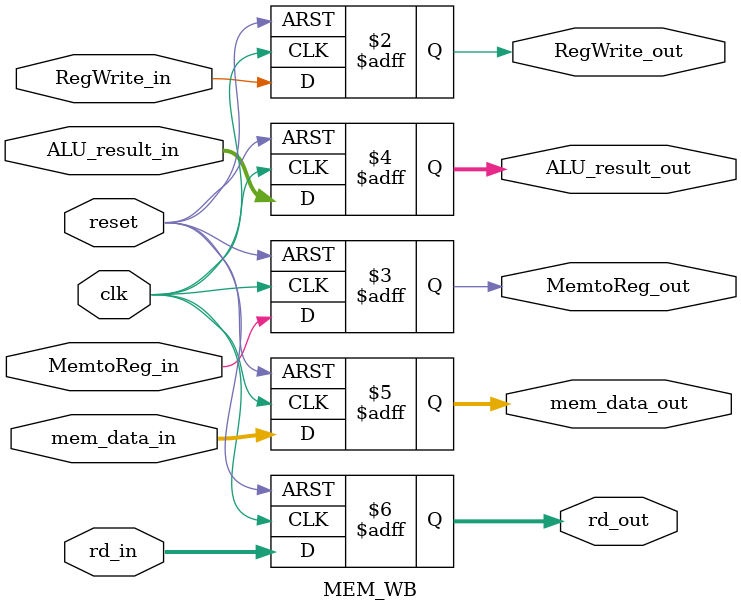
<source format=v>
module IF_ID (
    input clk,
    input reset,
    input flush,
    input IFIDnotWrite,                
    input [31:0] instr_in,     
    input [63:0] pc_in,         
    output reg [31:0] instr_out,
    output reg [63:0] pc_out    
);

always @(posedge clk or posedge reset) begin
    if (reset || flush) begin
        instr_out <= 64'b0;
        pc_out <= 64'b0;
    end else begin
        if (!IFIDnotWrite) begin
            instr_out <= instr_in;
            pc_out <= pc_in;
        end
    end
end

endmodule

module ID_EX (
    input clk,
    input reset,
    input [31:0] inst_id,
    input [63:0] reg_data1_in,  
    input [63:0] reg_data2_in,  
    input [63:0] imm_in,       
    input [4:0] rd_in,         
    input [4:0] rs1_in,         
    input [4:0] rs2_in,         
    input [1:0] alu_ctrl_in,    
    input mem_read_in,          
    input mem_write_in,         
    input reg_write_in,         
    input mem_to_reg_in,
    input ALUSrc_id,
    output reg [31:0] inst_ex,        
    output reg [63:0] reg_data1_out,
    output reg [63:0] reg_data2_out,
    output reg [63:0] imm_out,
    output reg [4:0] rd_out,
    output reg [4:0] rs1_out,
    output reg [4:0] rs2_out,
    output reg [1:0] alu_ctrl_out,
    output reg mem_read_out,
    output reg mem_write_out,
    output reg reg_write_out,
    output reg mem_to_reg_out,
    output reg ALUSrc_ex
);

always @(posedge clk or posedge reset) begin
    if (reset) begin
        reg_data1_out <= 0;
        reg_data2_out <= 0;
        imm_out <= 0;
        rd_out <= 0;
        rs1_out <= 0;
        rs2_out <= 0;
        alu_ctrl_out <= 0;
        mem_read_out <= 0;
        mem_write_out <= 0;
        reg_write_out <= 0;
        mem_to_reg_out <= 0;
        ALUSrc_ex <= 0;
        inst_ex <= 0;
    end else begin
        reg_data1_out <= reg_data1_in;
        reg_data2_out <= reg_data2_in;
        imm_out <= imm_in;
        rd_out <= rd_in;
        rs1_out <= rs1_in;
        rs2_out <= rs2_in;
        alu_ctrl_out <= alu_ctrl_in;
        mem_read_out <= mem_read_in;
        mem_write_out <= mem_write_in;
        reg_write_out <= reg_write_in;
        mem_to_reg_out <= mem_to_reg_in;
        ALUSrc_ex <= ALUSrc_id;
        inst_ex <= inst_id;
    end
end

endmodule

module EX_MEM (
    input clk,
    input reset,
    input RegWrite_in,
    input MemRead_in,
    input MemWrite_in,
    input MemtoReg_in,
    input [1:0] ALUOp_in,
    input [63:0] ALU_result_in,
    input [63:0] write_data_ex, 
    input [4:0] rd_in,

    output reg RegWrite_out,
    output reg MemRead_out,
    output reg MemWrite_out,
    output reg MemtoReg_out,
    output reg [1:0] ALUOp_out,
    output reg [63:0] ALU_result_out,
    output reg [63:0] write_data_mem, 
    output reg [4:0] rd_out
);

always @(posedge clk or posedge reset) begin
    if (reset) begin
        RegWrite_out   <= 0;
        MemRead_out    <= 0;
        MemWrite_out   <= 0;
        MemtoReg_out   <= 0;
        ALUOp_out      <= 2'b00;
        ALU_result_out <= 64'b0;
        write_data_mem <= 64'b0;
        rd_out         <= 5'b0;
    end else begin
        RegWrite_out   <= RegWrite_in;
        MemRead_out    <= MemRead_in;
        MemWrite_out   <= MemWrite_in;
        MemtoReg_out   <= MemtoReg_in;
        ALUOp_out      <= ALUOp_in;
        ALU_result_out <= ALU_result_in;
        write_data_mem <= write_data_ex;
        rd_out         <= rd_in;
    end
end

endmodule

module MEM_WB (
    input clk,
    input reset,
    input RegWrite_in,
    input MemtoReg_in,
    input [63:0] ALU_result_in,
    input [63:0] mem_data_in,
    input [4:0] rd_in,

    output reg RegWrite_out,
    output reg MemtoReg_out,
    output reg [63:0] ALU_result_out,
    output reg [63:0] mem_data_out,
    output reg [4:0] rd_out
);

always @(posedge clk or posedge reset) begin
    if (reset) begin
        RegWrite_out   <= 0;
        MemtoReg_out   <= 0;
        ALU_result_out <= 64'b0;
        mem_data_out   <= 64'b0;
        rd_out         <= 5'b0;
    end else begin
        RegWrite_out   <= RegWrite_in;
        MemtoReg_out   <= MemtoReg_in;
        ALU_result_out <= ALU_result_in;
        mem_data_out   <= mem_data_in;
        rd_out         <= rd_in;
    end
end

endmodule

</source>
